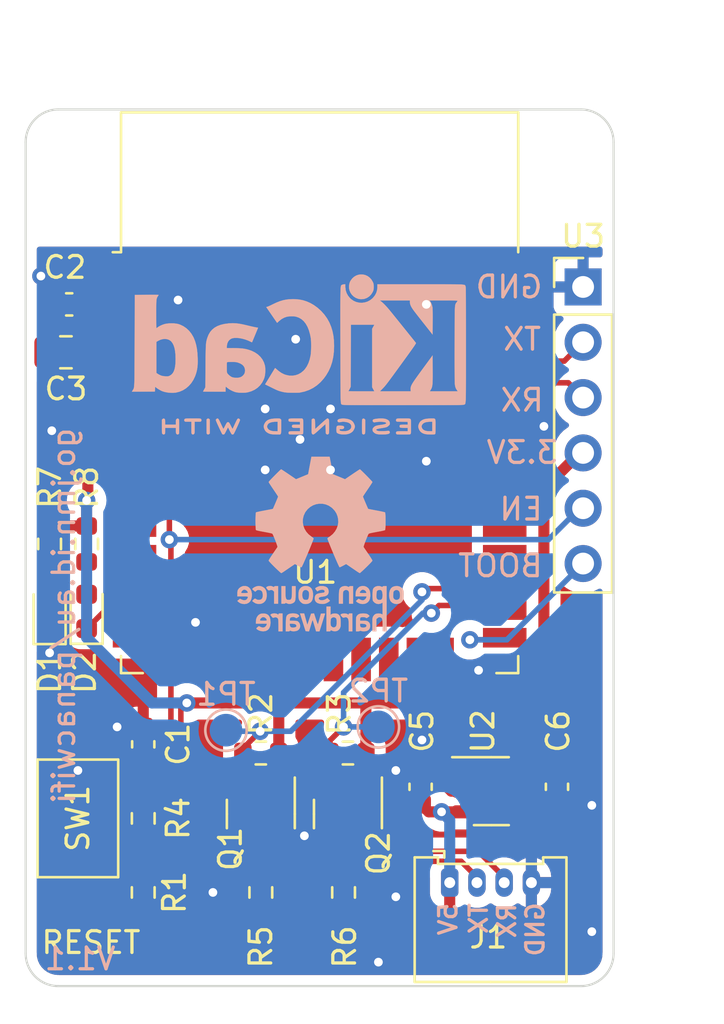
<source format=kicad_pcb>
(kicad_pcb (version 20211014) (generator pcbnew)
  (layers (0 "F.Cu" signal) (31 "B.Cu" signal) (34 "B.Paste" user) (35 "F.Paste" user) (36 "B.SilkS" user "B.Silkscreen") (37 "F.SilkS" user "F.Silkscreen") (38 "B.Mask" user) (39 "F.Mask" user) (44 "Edge.Cuts" user))
  (net 0 "")
  (net 1 "Net-(C1-Pad1)")
  (net 2 "GND")
  (net 3 "+3V3")
  (net 4 "+5V")
  (net 5 "Net-(D1-Pad2)")
  (net 6 "Net-(D2-Pad2)")
  (net 7 "/TX5")
  (net 8 "/RX5")
  (net 9 "/RX")
  (net 10 "/TX")
  (net 11 "/RESET")
  (net 12 "/BOOT")
  (net 13 "/TX33")
  (net 14 "/RX33")
  (net 21 "/ACTIVITY_LED")
  (footprint "Capacitor_SMD:C_0603_1608Metric" (layer "F.Cu") (at 81.39999 101.349988 -90)
    (fp_text reference "C6" (at -2.55 -0.05 90) (layer "F.SilkS"))
    (fp_text value "10u")
    (pad "1" smd roundrect locked (at -0.775 0 270) (size 0.9 0.95) (layers "F.Cu" "F.Paste" "F.Mask") (net 3 "+3V3"))
    (pad "2" smd roundrect locked (at 0.775 0 270) (size 0.9 0.95) (layers "F.Cu" "F.Paste" "F.Mask") (net 2 "GND"))
  )
  (footprint "Capacitor_SMD:C_0603_1608Metric" (layer "F.Cu") (at 75.137493 101.349988 90)
    (fp_text reference "C5" (at 2.55 0.0625 90) (layer "F.SilkS"))
    (fp_text value "10u")
    (pad "1" smd roundrect locked (at -0.775 0 90) (size 0.9 0.95) (layers "F.Cu" "F.Paste" "F.Mask") (net 4 "+5V"))
    (pad "2" smd roundrect locked (at 0.775 0 90) (size 0.9 0.95) (layers "F.Cu" "F.Paste" "F.Mask") (net 2 "GND"))
  )
  (footprint "Connector_Molex:Molex_PicoBlade_53048-0410_1x04_P1.25mm_Horizontal" (layer "F.Cu") (at 76.475 105.75)
    (fp_text reference "J1" (at 1.775 2.5) (layer "F.SilkS"))
    (fp_text value "Conn_01x04")
    (pad "1" thru_hole roundrect locked (at 0 0) (size 0.8 1.3) (drill 0.5) (layers *.Cu *.Mask) (net 4 "+5V"))
    (pad "2" thru_hole oval locked (at 1.25 0) (size 0.8 1.3) (drill 0.5) (layers *.Cu *.Mask) (net 7 "/TX5"))
    (pad "3" thru_hole oval locked (at 2.5 0) (size 0.8 1.3) (drill 0.5) (layers *.Cu *.Mask) (net 8 "/RX5"))
    (pad "4" thru_hole oval locked (at 3.75 0) (size 0.8 1.3) (drill 0.5) (layers *.Cu *.Mask) (net 2 "GND"))
  )
  (footprint "Resistor_SMD:R_0603_1608Metric" (layer "F.Cu") (at 67.799991 106.199991 90)
    (fp_text reference "R5" (at -2.5 0 90) (layer "F.SilkS"))
    (fp_text value "10k")
    (pad "1" smd roundrect locked (at -0.825 0 90) (size 0.8 0.95) (layers "F.Cu" "F.Paste" "F.Mask") (net 4 "+5V"))
    (pad "2" smd roundrect locked (at 0.825 0 90) (size 0.8 0.95) (layers "F.Cu" "F.Paste" "F.Mask") (net 7 "/TX5"))
  )
  (footprint "Package_TO_SOT_SMD:SOT-23" (layer "F.Cu") (at 71.800009 102.599998 -90)
    (fp_text reference "Q2" (at 1.8 -1.4 90) (layer "F.SilkS"))
    (fp_text value "BSS138")
    (pad "1" smd roundrect locked (at -0.9375 -0.95 270) (size 1.475 0.6) (layers "F.Cu" "F.Paste" "F.Mask") (net 3 "+3V3"))
    (pad "2" smd roundrect locked (at -0.9375 0.95 270) (size 1.475 0.6) (layers "F.Cu" "F.Paste" "F.Mask") (net 14 "/RX33"))
    (pad "3" smd roundrect locked (at 0.9375 0 270) (size 1.475 0.6) (layers "F.Cu" "F.Paste" "F.Mask") (net 8 "/RX5"))
  )
  (footprint "user-footprints:SW_SPST_TS_1101_X_X" (layer "F.Cu") (at 59.4 102.8 90)
    (fp_text reference "SW1" (at 0 0 90) (layer "F.SilkS"))
    (fp_text value "SW_Push")
    (pad "1" smd rect locked (at -3.7 0 90) (size 1.2 1) (layers "F.Cu" "F.Paste" "F.Mask") (net 1 "Net-(C1-Pad1)"))
    (pad "2" smd rect locked (at 3.7 0 90) (size 1.2 1) (layers "F.Cu" "F.Paste" "F.Mask") (net 2 "GND"))
  )
  (footprint "Package_TO_SOT_SMD:SOT-23-5" (layer "F.Cu") (at 78.387499 101.549987)
    (fp_text reference "U2" (at -0.3875 -2.75 90) (layer "F.SilkS"))
    (fp_text value "AP2112K-3.3")
    (pad "1" smd roundrect locked (at -1.1375 -0.95) (size 1.325 0.6) (layers "F.Cu" "F.Paste" "F.Mask") (net 4 "+5V"))
    (pad "2" smd roundrect locked (at -1.1375 0) (size 1.325 0.6) (layers "F.Cu" "F.Paste" "F.Mask") (net 2 "GND"))
    (pad "3" smd roundrect locked (at -1.1375 0.95) (size 1.325 0.6) (layers "F.Cu" "F.Paste" "F.Mask") (net 4 "+5V"))
    (pad "4" smd roundrect locked (at 1.1375 0.95) (size 1.325 0.6) (layers "F.Cu" "F.Paste" "F.Mask"))
    (pad "5" smd roundrect locked (at 1.1375 -0.95) (size 1.325 0.6) (layers "F.Cu" "F.Paste" "F.Mask") (net 3 "+3V3"))
  )
  (footprint "Capacitor_SMD:C_0603_1608Metric" (layer "F.Cu") (at 59.000009 79.199994 180)
    (fp_text reference "C2" (at 0.2 1.7) (layer "F.SilkS"))
    (fp_text value "0.1u")
    (pad "1" smd roundrect locked (at -0.775 0 180) (size 0.9 0.95) (layers "F.Cu" "F.Paste" "F.Mask") (net 3 "+3V3"))
    (pad "2" smd roundrect locked (at 0.775 0 180) (size 0.9 0.95) (layers "F.Cu" "F.Paste" "F.Mask") (net 2 "GND"))
  )
  (footprint "Resistor_SMD:R_0603_1608Metric" (layer "F.Cu") (at 62.4 106.2 -90)
    (fp_text reference "R1" (at 0 -1.43 90) (layer "F.SilkS"))
    (fp_text value "10k")
    (pad "1" smd roundrect locked (at -0.825 0 270) (size 0.8 0.95) (layers "F.Cu" "F.Paste" "F.Mask") (net 11 "/RESET"))
    (pad "2" smd roundrect locked (at 0.825 0 270) (size 0.8 0.95) (layers "F.Cu" "F.Paste" "F.Mask") (net 3 "+3V3"))
  )
  (footprint "Resistor_SMD:R_0603_1608Metric" (layer "F.Cu") (at 62.4 102.8 90)
    (fp_text reference "R4" (at 0 1.6 90) (layer "F.SilkS"))
    (fp_text value "470")
    (pad "1" smd roundrect locked (at -0.825 0 90) (size 0.8 0.95) (layers "F.Cu" "F.Paste" "F.Mask") (net 11 "/RESET"))
    (pad "2" smd roundrect locked (at 0.825 0 90) (size 0.8 0.95) (layers "F.Cu" "F.Paste" "F.Mask") (net 1 "Net-(C1-Pad1)"))
  )
  (footprint "Package_TO_SOT_SMD:SOT-23" (layer "F.Cu") (at 67.799991 102.599998 -90)
    (fp_text reference "Q1" (at 1.6 1.4 90) (layer "F.SilkS"))
    (fp_text value "BSS138")
    (pad "1" smd roundrect locked (at -0.9375 -0.95 270) (size 1.475 0.6) (layers "F.Cu" "F.Paste" "F.Mask") (net 3 "+3V3"))
    (pad "2" smd roundrect locked (at -0.9375 0.95 270) (size 1.475 0.6) (layers "F.Cu" "F.Paste" "F.Mask") (net 13 "/TX33"))
    (pad "3" smd roundrect locked (at 0.9375 0 270) (size 1.475 0.6) (layers "F.Cu" "F.Paste" "F.Mask") (net 7 "/TX5"))
  )
  (footprint "Resistor_SMD:R_0603_1608Metric" (layer "F.Cu") (at 71.8 99.8 180)
    (fp_text reference "R3" (at 0.4 1.8 90) (layer "F.SilkS"))
    (fp_text value "10k")
    (pad "1" smd roundrect locked (at -0.825 0 180) (size 0.8 0.95) (layers "F.Cu" "F.Paste" "F.Mask") (net 3 "+3V3"))
    (pad "2" smd roundrect locked (at 0.825 0 180) (size 0.8 0.95) (layers "F.Cu" "F.Paste" "F.Mask") (net 14 "/RX33"))
  )
  (footprint "Resistor_SMD:R_0603_1608Metric" (layer "F.Cu") (at 71.600009 106.199991 90)
    (fp_text reference "R6" (at -2.5 0.05 90) (layer "F.SilkS"))
    (fp_text value "10k")
    (pad "1" smd roundrect locked (at -0.825 0 90) (size 0.8 0.95) (layers "F.Cu" "F.Paste" "F.Mask") (net 4 "+5V"))
    (pad "2" smd roundrect locked (at 0.825 0 90) (size 0.8 0.95) (layers "F.Cu" "F.Paste" "F.Mask") (net 8 "/RX5"))
  )
  (footprint "LED_SMD:LED_0603_1608Metric" (layer "F.Cu") (at 59.800007 93.299991 90)
    (fp_text reference "D2" (at -2.8 -0.1 90) (layer "F.SilkS"))
    (fp_text value "LED")
    (pad "1" smd roundrect locked (at -0.7875 0 90) (size 0.875 0.95) (layers "F.Cu" "F.Paste" "F.Mask") (net 21 "/ACTIVITY_LED"))
    (pad "2" smd roundrect locked (at 0.7875 0 90) (size 0.875 0.95) (layers "F.Cu" "F.Paste" "F.Mask") (net 6 "Net-(D2-Pad2)"))
  )
  (footprint "Resistor_SMD:R_0603_1608Metric" (layer "F.Cu") (at 59.8 90.2 -90)
    (fp_text reference "R8" (at -2.6 0 90) (layer "F.SilkS"))
    (fp_text value "1k")
    (pad "1" smd roundrect locked (at -0.825 0 270) (size 0.8 0.95) (layers "F.Cu" "F.Paste" "F.Mask") (net 3 "+3V3"))
    (pad "2" smd roundrect locked (at 0.825 0 270) (size 0.8 0.95) (layers "F.Cu" "F.Paste" "F.Mask") (net 6 "Net-(D2-Pad2)"))
  )
  (footprint "LED_SMD:LED_0603_1608Metric" (layer "F.Cu") (at 58.100011 93.312488 90)
    (fp_text reference "D1" (at -2.7875 0 90) (layer "F.SilkS"))
    (fp_text value "LED")
    (pad "1" smd roundrect locked (at -0.7875 0 90) (size 0.875 0.95) (layers "F.Cu" "F.Paste" "F.Mask") (net 2 "GND"))
    (pad "2" smd roundrect locked (at 0.7875 0 90) (size 0.875 0.95) (layers "F.Cu" "F.Paste" "F.Mask") (net 5 "Net-(D1-Pad2)"))
  )
  (footprint "RF_Module:ESP32-WROOM-32" (layer "F.Cu") (at 70.5 86.25)
    (fp_text reference "U1" (at -0.2 5.25 180) (layer "F.SilkS"))
    (fp_text value "ESP32-WROOM-32")
    (pad "1" smd rect (at -8.5 -8.255) (size 2 0.9) (layers "F.Cu" "F.Paste" "F.Mask") (net 2 "GND"))
    (pad "2" smd rect (at -8.5 -6.985) (size 2 0.9) (layers "F.Cu" "F.Paste" "F.Mask") (net 3 "+3V3"))
    (pad "3" smd rect (at -8.5 -5.715) (size 2 0.9) (layers "F.Cu" "F.Paste" "F.Mask") (net 11 "/RESET"))
    (pad "4" smd rect (at -8.5 -4.445) (size 2 0.9) (layers "F.Cu" "F.Paste" "F.Mask"))
    (pad "5" smd rect (at -8.5 -3.175) (size 2 0.9) (layers "F.Cu" "F.Paste" "F.Mask"))
    (pad "6" smd rect (at -8.5 -1.905) (size 2 0.9) (layers "F.Cu" "F.Paste" "F.Mask"))
    (pad "7" smd rect (at -8.5 -0.635) (size 2 0.9) (layers "F.Cu" "F.Paste" "F.Mask"))
    (pad "8" smd rect (at -8.5 0.635) (size 2 0.9) (layers "F.Cu" "F.Paste" "F.Mask"))
    (pad "9" smd rect (at -8.5 1.905) (size 2 0.9) (layers "F.Cu" "F.Paste" "F.Mask"))
    (pad "10" smd rect (at -8.5 3.175) (size 2 0.9) (layers "F.Cu" "F.Paste" "F.Mask"))
    (pad "11" smd rect (at -8.5 4.445) (size 2 0.9) (layers "F.Cu" "F.Paste" "F.Mask"))
    (pad "12" smd rect (at -8.5 5.715) (size 2 0.9) (layers "F.Cu" "F.Paste" "F.Mask"))
    (pad "13" smd rect (at -8.5 6.985) (size 2 0.9) (layers "F.Cu" "F.Paste" "F.Mask") (net 21 "/ACTIVITY_LED"))
    (pad "14" smd rect (at -8.5 8.255) (size 2 0.9) (layers "F.Cu" "F.Paste" "F.Mask"))
    (pad "15" smd rect (at -5.715 9.255 90) (size 2 0.9) (layers "F.Cu" "F.Paste" "F.Mask") (net 2 "GND"))
    (pad "16" smd rect (at -4.445 9.255 90) (size 2 0.9) (layers "F.Cu" "F.Paste" "F.Mask"))
    (pad "17" smd rect (at -3.175 9.255 90) (size 2 0.9) (layers "F.Cu" "F.Paste" "F.Mask"))
    (pad "18" smd rect (at -1.905 9.255 90) (size 2 0.9) (layers "F.Cu" "F.Paste" "F.Mask"))
    (pad "19" smd rect (at -0.635 9.255 90) (size 2 0.9) (layers "F.Cu" "F.Paste" "F.Mask"))
    (pad "20" smd rect (at 0.635 9.255 90) (size 2 0.9) (layers "F.Cu" "F.Paste" "F.Mask"))
    (pad "21" smd rect (at 1.905 9.255 90) (size 2 0.9) (layers "F.Cu" "F.Paste" "F.Mask"))
    (pad "22" smd rect (at 3.175 9.255 90) (size 2 0.9) (layers "F.Cu" "F.Paste" "F.Mask"))
    (pad "23" smd rect (at 4.445 9.255 90) (size 2 0.9) (layers "F.Cu" "F.Paste" "F.Mask"))
    (pad "24" smd rect (at 5.715 9.255 90) (size 2 0.9) (layers "F.Cu" "F.Paste" "F.Mask"))
    (pad "25" smd rect (at 8.5 8.255) (size 2 0.9) (layers "F.Cu" "F.Paste" "F.Mask") (net 12 "/BOOT"))
    (pad "26" smd rect (at 8.5 6.985) (size 2 0.9) (layers "F.Cu" "F.Paste" "F.Mask") (net 14 "/RX33"))
    (pad "27" smd rect (at 8.5 5.715) (size 2 0.9) (layers "F.Cu" "F.Paste" "F.Mask") (net 13 "/TX33"))
    (pad "28" smd rect (at 8.5 4.445) (size 2 0.9) (layers "F.Cu" "F.Paste" "F.Mask"))
    (pad "29" smd rect (at 8.5 3.175) (size 2 0.9) (layers "F.Cu" "F.Paste" "F.Mask"))
    (pad "30" smd rect (at 8.5 1.905) (size 2 0.9) (layers "F.Cu" "F.Paste" "F.Mask"))
    (pad "31" smd rect (at 8.5 0.635) (size 2 0.9) (layers "F.Cu" "F.Paste" "F.Mask"))
    (pad "32" smd rect (at 8.5 -0.635) (size 2 0.9) (layers "F.Cu" "F.Paste" "F.Mask"))
    (pad "33" smd rect (at 8.5 -1.905) (size 2 0.9) (layers "F.Cu" "F.Paste" "F.Mask"))
    (pad "34" smd rect (at 8.5 -3.175) (size 2 0.9) (layers "F.Cu" "F.Paste" "F.Mask") (net 9 "/RX"))
    (pad "35" smd rect (at 8.5 -4.445) (size 2 0.9) (layers "F.Cu" "F.Paste" "F.Mask") (net 10 "/TX"))
    (pad "36" smd rect (at 8.5 -5.715) (size 2 0.9) (layers "F.Cu" "F.Paste" "F.Mask"))
    (pad "37" smd rect (at 8.5 -6.985) (size 2 0.9) (layers "F.Cu" "F.Paste" "F.Mask"))
    (pad "38" smd rect (at 8.5 -8.255) (size 2 0.9) (layers "F.Cu" "F.Paste" "F.Mask") (net 2 "GND"))
    (pad "39" smd rect (at -1 -0.755) (size 5 5) (layers "F.Cu" "F.Paste" "F.Mask") (net 2 "GND"))
  )
  (footprint "Resistor_SMD:R_0603_1608Metric" (layer "F.Cu") (at 58.1 90.2 -90)
    (fp_text reference "R7" (at -2.6 0 90) (layer "F.SilkS"))
    (fp_text value "1k")
    (pad "1" smd roundrect locked (at -0.825 0 270) (size 0.8 0.95) (layers "F.Cu" "F.Paste" "F.Mask") (net 3 "+3V3"))
    (pad "2" smd roundrect locked (at 0.825 0 270) (size 0.8 0.95) (layers "F.Cu" "F.Paste" "F.Mask") (net 5 "Net-(D1-Pad2)"))
  )
  (footprint "Capacitor_SMD:C_0805_2012Metric" (layer "F.Cu") (at 58.849997 81.39999 180)
    (fp_text reference "C3" (at 0 -1.68) (layer "F.SilkS"))
    (fp_text value "22u")
    (pad "1" smd roundrect locked (at -0.95 0 180) (size 1 1.45) (layers "F.Cu" "F.Paste" "F.Mask") (net 3 "+3V3"))
    (pad "2" smd roundrect locked (at 0.95 0 180) (size 1 1.45) (layers "F.Cu" "F.Paste" "F.Mask") (net 2 "GND"))
  )
  (footprint "Resistor_SMD:R_0603_1608Metric" (layer "F.Cu") (at 67.8 99.8 180)
    (fp_text reference "R2" (at 0 1.8 90) (layer "F.SilkS"))
    (fp_text value "10k")
    (pad "1" smd roundrect locked (at -0.825 0 180) (size 0.8 0.95) (layers "F.Cu" "F.Paste" "F.Mask") (net 3 "+3V3"))
    (pad "2" smd roundrect locked (at 0.825 0 180) (size 0.8 0.95) (layers "F.Cu" "F.Paste" "F.Mask") (net 13 "/TX33"))
  )
  (footprint "Connector_PinHeader_2.54mm:PinHeader_1x06_P2.54mm_Vertical" (layer "F.Cu") (at 82.6 78.4)
    (fp_text reference "U3" (at 0 -2.33) (layer "F.SilkS"))
    (fp_text value "ESP_Programmer")
    (pad "1" thru_hole rect locked (at 0 0) (size 1.7 1.7) (drill 1) (layers *.Cu *.Mask) (net 2 "GND"))
    (pad "2" thru_hole oval locked (at 0 2.54) (size 1.7 1.7) (drill 1) (layers *.Cu *.Mask) (net 10 "/TX"))
    (pad "3" thru_hole oval locked (at 0 5.08) (size 1.7 1.7) (drill 1) (layers *.Cu *.Mask) (net 9 "/RX"))
    (pad "4" thru_hole oval locked (at 0 7.62) (size 1.7 1.7) (drill 1) (layers *.Cu *.Mask) (net 3 "+3V3"))
    (pad "5" thru_hole oval locked (at 0 10.16) (size 1.7 1.7) (drill 1) (layers *.Cu *.Mask) (net 11 "/RESET"))
    (pad "6" thru_hole oval locked (at 0 12.7) (size 1.7 1.7) (drill 1) (layers *.Cu *.Mask) (net 12 "/BOOT"))
  )
  (footprint "Capacitor_SMD:C_0603_1608Metric" (layer "F.Cu") (at 62.400002 99.400004 90)
    (fp_text reference "C1" (at 0 1.6 90) (layer "F.SilkS"))
    (fp_text value "1n")
    (pad "1" smd roundrect locked (at -0.775 0 90) (size 0.9 0.95) (layers "F.Cu" "F.Paste" "F.Mask") (net 1 "Net-(C1-Pad1)"))
    (pad "2" smd roundrect locked (at 0.775 0 90) (size 0.9 0.95) (layers "F.Cu" "F.Paste" "F.Mask") (net 2 "GND"))
  )
  (footprint "TestPoint:TestPoint_Pad_D1.5mm" (layer "B.Cu") (at 73.2 98.6 180)
    (fp_text reference "TP2" (at 0 1.648) (layer "B.SilkS") (effects (justify mirror)))
    (fp_text value "TestPoint")
    (pad "1" smd circle locked (at 0 0 180) (size 1.5 1.5) (layers "B.Cu" "B.Mask") (net 14 "/RX33"))
  )
  (footprint "Symbol:OSHW-Logo_7.5x8mm_SilkScreen" (layer "B.Cu") (at 70.55 90.2 180)
    (fp_text reference "REF**" hide)
    (fp_text value "OSHW-Logo_7.5x8mm_SilkScreen" hide)
  )
  (footprint "Symbol:KiCad-Logo2_6mm_SilkScreen" (layer "B.Cu") (at 69.557487 80.804848 180)
    (fp_text reference "REF**" hide)
    (fp_text value "KiCad-Logo2_6mm_SilkScreen" hide)
  )
  (footprint "TestPoint:TestPoint_Pad_D1.5mm" (layer "B.Cu") (at 66.2 98.75 180)
    (fp_text reference "TP1" (at 0 1.648) (layer "B.SilkS") (effects (justify mirror)))
    (fp_text value "TestPoint")
    (pad "1" smd circle locked (at 0 0 180) (size 1.5 1.5) (layers "B.Cu" "B.Mask") (net 13 "/TX33"))
  )
  (gr_arc (start 57 71.75) (mid 57.439339 70.689341) (end 58.499998 70.250002) (layer "Edge.Cuts") (width 0.1))
  (gr_arc (start 58.5 110.5) (mid 57.439341 110.060661) (end 57.000002 109.000002) (layer "Edge.Cuts") (width 0.1))
  (gr_line (start 57 71.75) (end 57.000002 109.000002) (layer "Edge.Cuts") (width 0.1))
  (gr_arc (start 82.5 70.25) (mid 83.560659 70.689339) (end 83.999998 71.749998) (layer "Edge.Cuts") (width 0.1))
  (gr_line (start 84 109) (end 84 71.75) (layer "Edge.Cuts") (width 0.1))
  (gr_line (start 82.5 70.25) (end 58.5 70.25) (layer "Edge.Cuts") (width 0.1))
  (gr_arc (start 84 109) (mid 83.56066 110.06066) (end 82.5 110.5) (layer "Edge.Cuts") (width 0.1))
  (gr_line (start 58.5 110.5) (end 82.5 110.5) (layer "Edge.Cuts") (width 0.1))
  (gr_text "EN" (at 79.75 88.6) (layer "B.SilkS") (effects (font (size 1 1)) (justify mirror)))
  (gr_text "GND" (at 79.2 78.4) (layer "B.SilkS") (effects (font (size 1 1)) (justify mirror)))
  (gr_text "TX" (at 77.8 107.4 90) (layer "B.SilkS") (effects (font (size 0.8 0.8)) (justify mirror)))
  (gr_text "go.jmn.id.au/panacwifi" (at 58.75 93.5 90) (layer "B.SilkS") (effects (font (size 1 1)) (justify mirror)))
  (gr_text "RX" (at 79.8 83.6) (layer "B.SilkS") (effects (font (size 1 1)) (justify mirror)))
  (gr_text "BOOT\n" (at 78.8 91.2) (layer "B.SilkS") (effects (font (size 1 1)) (justify mirror)))
  (gr_text "3.3V" (at 79.8 86) (layer "B.SilkS") (effects (font (size 1 1)) (justify mirror)))
  (gr_text "V1.1" (at 59.5 109.25) (layer "B.SilkS") (effects (font (size 1 1)) (justify mirror)))
  (gr_text "RX" (at 79.1 107.5 90) (layer "B.SilkS") (effects (font (size 0.8 0.8)) (justify mirror)))
  (gr_text "GND" (at 80.4 107.9 90) (layer "B.SilkS") (effects (font (size 0.8 0.8)) (justify mirror)))
  (gr_text "TX" (at 79.8 80.8) (layer "B.SilkS") (effects (font (size 1 1)) (justify mirror)))
  (gr_text "5V" (at 76.4 106.6 90) (layer "B.SilkS") (effects (font (size 0.8 0.8)) (justify left mirror)))
  (gr_text "RESET" (at 60 108.5) (layer "F.SilkS") (effects (font (size 1 1))))
  (segment (start 59.4 104.975) (end 59.4 106.5) (width 0.254) (layer "F.Cu") (net 1))
  (segment (start 62.4 100.175) (end 62.4 101.975) (width 0.254) (layer "F.Cu") (net 1))
  (segment (start 62.4 101.975) (end 59.4 104.975) (width 0.254) (layer "F.Cu") (net 1))
  (segment (start 77.25 101.55) (end 76.55 101.55) (width 0.508) (layer "F.Cu") (net 2))
  (segment (start 58 81.3) (end 57.9 81.4) (width 0.508) (layer "F.Cu") (net 2))
  (segment (start 75.575 100.575) (end 75.1375 100.575) (width 0.508) (layer "F.Cu") (net 2))
  (segment (start 76.55 101.55) (end 75.575 100.575) (width 0.508) (layer "F.Cu") (net 2))
  (segment (start 58.225 79.2) (end 58 79.425) (width 0.508) (layer "F.Cu") (net 2))
  (segment (start 58 79.425) (end 58 81.3) (width 0.508) (layer "F.Cu") (net 2))
  (via (at 74 106.4) (size 0.8) (drill 0.4) (layers "F.Cu" "B.Cu") (net 2))
  (via (at 75.2 99.2) (size 0.8) (drill 0.4) (layers "F.Cu" "B.Cu") (net 2))
  (via (at 69.8 103.6) (size 0.8) (drill 0.4) (layers "F.Cu" "B.Cu") (net 2))
  (via (at 80.8 84.8) (size 0.8) (drill 0.4) (layers "F.Cu" "B.Cu") (net 2))
  (via (at 64 79) (size 0.8) (drill 0.4) (layers "F.Cu" "B.Cu") (net 2))
  (via (at 69.6 85.4) (size 0.8) (drill 0.4) (layers "F.Cu" "B.Cu") (net 2))
  (via (at 68 84) (size 0.8) (drill 0.4) (layers "F.Cu" "B.Cu") (net 2))
  (via (at 71 84) (size 0.8) (drill 0.4) (layers "F.Cu" "B.Cu") (net 2))
  (via (at 58.2 85) (size 0.8) (drill 0.4) (layers "F.Cu" "B.Cu") (net 2))
  (via (at 77.8 96) (size 0.8) (drill 0.4) (layers "F.Cu" "B.Cu") (net 2))
  (via (at 59.4 100.6) (size 0.8) (drill 0.4) (layers "F.Cu" "B.Cu") (net 2))
  (via (at 71 86.8) (size 0.8) (drill 0.4) (layers "F.Cu" "B.Cu") (net 2))
  (via (at 75.4 86.4) (size 0.8) (drill 0.4) (layers "F.Cu" "B.Cu") (net 2))
  (via (at 75.4 79.2) (size 0.8) (drill 0.4) (layers "F.Cu" "B.Cu") (net 2))
  (via (at 64.8 93.8) (size 0.8) (drill 0.4) (layers "F.Cu" "B.Cu") (net 2))
  (via (at 83 102.2) (size 0.8) (drill 0.4) (layers "F.Cu" "B.Cu") (net 2))
  (via (at 65.6 106.2) (size 0.8) (drill 0.4) (layers "F.Cu" "B.Cu") (net 2))
  (via (at 68 86.8) (size 0.8) (drill 0.4) (layers "F.Cu" "B.Cu") (net 2))
  (via (at 69.4 80.8) (size 0.8) (drill 0.4) (layers "F.Cu" "B.Cu") (net 2))
  (via (at 83 108) (size 0.8) (drill 0.4) (layers "F.Cu" "B.Cu") (net 2))
  (via (at 61.2 98.6) (size 0.8) (drill 0.4) (layers "F.Cu" "B.Cu") (net 2))
  (via (at 73.2 109.4) (size 0.8) (drill 0.4) (layers "F.Cu" "B.Cu") (net 2))
  (via (at 58.1 95.2) (size 0.8) (drill 0.4) (layers "F.Cu" "B.Cu") (net 2))
  (via (at 57.7 77.9) (size 0.8) (drill 0.4) (layers "F.Cu" "B.Cu") (net 2))
  (via (at 74 100.6) (size 0.8) (drill 0.4) (layers "F.Cu" "B.Cu") (net 2))
  (segment (start 72.625 99.8) (end 72.625 97.575) (width 0.508) (layer "F.Cu") (net 3))
  (segment (start 62.4 107.025) (end 63.4 106.025) (width 0.254) (layer "F.Cu") (net 3))
  (segment (start 77.0625 98.2) (end 77.0625 97.5375) (width 0.508) (layer "F.Cu") (net 3))
  (segment (start 59.775 79.2) (end 59.84 79.265) (width 0.508) (layer "F.Cu") (net 3))
  (segment (start 79.525 100.6) (end 79.4625 100.6) (width 0.508) (layer "F.Cu") (net 3))
  (segment (start 64.127009 97.772991) (end 64.4 97.5) (width 0.254) (layer "F.Cu") (net 3))
  (segment (start 78.668422 97.2) (end 80.134211 95.734211) (width 0.508) (layer "F.Cu") (net 3))
  (segment (start 68.75 101.6625) (end 68.75 99.925) (width 0.508) (layer "F.Cu") (net 3))
  (segment (start 79.4625 100.6) (end 77.0625 98.2) (width 0.508) (layer "F.Cu") (net 3))
  (segment (start 77.1 97.5) (end 78.368422 97.5) (width 0.508) (layer "F.Cu") (net 3))
  (segment (start 69.1 97.5) (end 72.7 97.5) (width 0.508) (layer "F.Cu") (net 3))
  (segment (start 58.1 89.375) (end 59.8 89.375) (width 0.508) (layer "F.Cu") (net 3))
  (segment (start 79.525 100.6) (end 81.375 100.6) (width 0.508) (layer "F.Cu") (net 3))
  (segment (start 68.75 99.925) (end 68.625 99.8) (width 0.508) (layer "F.Cu") (net 3))
  (segment (start 63.4 106.025) (end 63.4 103.2709) (width 0.254) (layer "F.Cu") (net 3))
  (segment (start 59.8 79.265) (end 62 79.265) (width 0.508) (layer "F.Cu") (net 3))
  (segment (start 72.75 99.925) (end 72.625 99.8) (width 0.508) (layer "F.Cu") (net 3))
  (segment (start 72.625 97.575) (end 72.7 97.5) (width 0.508) (layer "F.Cu") (net 3))
  (segment (start 59.8 81.4) (end 59.8 79.265) (width 0.508) (layer "F.Cu") (net 3))
  (segment (start 72.7 97.5) (end 77.1 97.5) (width 0.508) (layer "F.Cu") (net 3))
  (segment (start 59.8 88.2) (end 59.856711 88.143289) (width 0.508) (layer "F.Cu") (net 3))
  (segment (start 68.625 97.975) (end 69.1 97.5) (width 0.508) (layer "F.Cu") (net 3))
  (segment (start 68.625 99.8) (end 68.625 97.975) (width 0.508) (layer "F.Cu") (net 3))
  (segment (start 72.75 101.6625) (end 72.75 99.925) (width 0.508) (layer "F.Cu") (net 3))
  (segment (start 80.8 95.068422) (end 80.8 87.67) (width 0.508) (layer "F.Cu") (net 3))
  (segment (start 64.4 97.5) (end 69.1 97.5) (width 0.508) (layer "F.Cu") (net 3))
  (segment (start 63.4 103.2709) (end 64.127009 102.54389) (width 0.254) (layer "F.Cu") (net 3))
  (segment (start 59.84 79.265) (end 62 79.265) (width 0.508) (layer "F.Cu") (net 3))
  (segment (start 81.375 100.6) (end 81.4 100.575) (width 0.508) (layer "F.Cu") (net 3))
  (segment (start 80.8 87.67) (end 82.5 85.97) (width 0.508) (layer "F.Cu") (net 3))
  (segment (start 80.134211 95.734211) (end 80.8 95.068422) (width 0.508) (layer "F.Cu") (net 3))
  (segment (start 59.8 88.2) (end 59.8 89.375) (width 0.508) (layer "F.Cu") (net 3))
  (segment (start 64.127009 102.54389) (end 64.127009 97.772991) (width 0.254) (layer "F.Cu") (net 3))
  (segment (start 59.856711 81.456711) (end 59.8 81.4) (width 0.508) (layer "F.Cu") (net 3))
  (segment (start 77.0625 97.5375) (end 77.1 97.5) (width 0.508) (layer "F.Cu") (net 3))
  (segment (start 59.856711 88.143289) (end 59.856711 81.456711) (width 0.508) (layer "F.Cu") (net 3))
  (segment (start 78.368422 97.5) (end 80.134211 95.734211) (width 0.508) (layer "F.Cu") (net 3))
  (via (at 59.8 88.2) (size 0.8) (drill 0.4) (layers "F.Cu" "B.Cu") (net 3))
  (via (at 64.4 97.5) (size 0.8) (drill 0.4) (layers "F.Cu" "B.Cu") (net 3))
  (segment (start 62.8 97.5) (end 59.8 94.5) (width 0.508) (layer "B.Cu") (net 3))
  (segment (start 59.8 94.5) (end 59.8 88.2) (width 0.508) (layer "B.Cu") (net 3))
  (segment (start 64.4 97.5) (end 62.8 97.5) (width 0.508) (layer "B.Cu") (net 3))
  (segment (start 77.85 100.6) (end 77.25 100.6) (width 0.508) (layer "F.Cu") (net 4))
  (segment (start 72.575 108) (end 71.6 107.025) (width 0.508) (layer "F.Cu") (net 4))
  (segment (start 76.1 102.5) (end 77.25 102.5) (width 0.508) (layer "F.Cu") (net 4))
  (segment (start 77.912499 102.5) (end 78.5 101.912499) (width 0.508) (layer "F.Cu") (net 4))
  (segment (start 78.5 101.912499) (end 78.5 101.25) (width 0.508) (layer "F.Cu") (net 4))
  (segment (start 75.1375 102.125) (end 75.5125 102.5) (width 0.508) (layer "F.Cu") (net 4))
  (segment (start 77.25 102.5) (end 77.912499 102.5) (width 0.508) (layer "F.Cu") (net 4))
  (segment (start 76.475 106.925) (end 75.4 108) (width 0.508) (layer "F.Cu") (net 4))
  (segment (start 77.5 102.5) (end 77.25 102.5) (width 0.508) (layer "F.Cu") (net 4))
  (segment (start 71.6 107.025) (end 67.8 107.025) (width 0.508) (layer "F.Cu") (net 4))
  (segment (start 75.4 108) (end 72.575 108) (width 0.508) (layer "F.Cu") (net 4))
  (segment (start 75.5125 102.5) (end 76.1 102.5) (width 0.508) (layer "F.Cu") (net 4))
  (segment (start 76.475 105.75) (end 76.475 106.925) (width 0.508) (layer "F.Cu") (net 4))
  (segment (start 78.5 101.25) (end 77.85 100.6) (width 0.508) (layer "F.Cu") (net 4))
  (via (at 76.1 102.5) (size 0.8) (drill 0.4) (layers "F.Cu" "B.Cu") (net 4))
  (segment (start 76.475 105.75) (end 76.475 102.875) (width 0.508) (layer "B.Cu") (net 4))
  (segment (start 76.475 102.875) (end 76.1 102.5) (width 0.508) (layer "B.Cu") (net 4))
  (segment (start 58.1 91.025) (end 58.1 92.525) (width 0.254) (layer "F.Cu") (net 5))
  (segment (start 59.8 91.025) (end 59.8 92.5125) (width 0.254) (layer "F.Cu") (net 6))
  (segment (start 67.8 105.375) (end 67.8 103.5375) (width 0.254) (layer "F.Cu") (net 7))
  (segment (start 77.725 105.75) (end 77.725 105.5) (width 0.254) (layer "F.Cu") (net 7))
  (segment (start 68.625 106.2) (end 67.8 105.375) (width 0.254) (layer "F.Cu") (net 7))
  (segment (start 77.725 105.5) (end 76.99528 104.77028) (width 0.254) (layer "F.Cu") (net 7))
  (segment (start 76.99528 104.77028) (end 73.797752 104.77028) (width 0.254) (layer "F.Cu") (net 7))
  (segment (start 73.797752 104.77028) (end 72.368032 106.2) (width 0.254) (layer "F.Cu") (net 7))
  (segment (start 72.368032 106.2) (end 68.625 106.2) (width 0.254) (layer "F.Cu") (net 7))
  (segment (start 71.6 105.375) (end 71.8 105.175) (width 0.254) (layer "F.Cu") (net 8))
  (segment (start 72.57606 104.31356) (end 71.8 103.5375) (width 0.254) (layer "F.Cu") (net 8))
  (segment (start 77.78856 104.31356) (end 72.57606 104.31356) (width 0.254) (layer "F.Cu") (net 8))
  (segment (start 78.975 105.75) (end 78.975 105.5) (width 0.254) (layer "F.Cu") (net 8))
  (segment (start 71.8 105.175) (end 71.8 103.5375) (width 0.254) (layer "F.Cu") (net 8))
  (segment (start 78.975 105.5) (end 77.78856 104.31356) (width 0.254) (layer "F.Cu") (net 8))
  (segment (start 79 83.075) (end 79.275 82.8) (width 0.254) (layer "F.Cu") (net 9))
  (segment (start 79.275 82.8) (end 81.92 82.8) (width 0.254) (layer "F.Cu") (net 9))
  (segment (start 81.92 82.8) (end 82.6 83.48) (width 0.254) (layer "F.Cu") (net 9))
  (segment (start 81.735 81.805) (end 82.6 80.94) (width 0.254) (layer "F.Cu") (net 10))
  (segment (start 79 81.805) (end 81.735 81.805) (width 0.254) (layer "F.Cu") (net 10))
  (segment (start 63.254 80.535) (end 62 80.535) (width 0.254) (layer "F.Cu") (net 11))
  (segment (start 62.4 103.625) (end 63.670289 102.354711) (width 0.254) (layer "F.Cu") (net 11))
  (segment (start 63.6 80.881) (end 63.254 80.535) (width 0.254) (layer "F.Cu") (net 11))
  (segment (start 63.670289 102.354711) (end 63.670289 90.070289) (width 0.254) (layer "F.Cu") (net 11))
  (segment (start 63.6 90) (end 63.6 80.881) (width 0.254) (layer "F.Cu") (net 11))
  (segment (start 63.670289 90.070289) (end 63.6 90) (width 0.254) (layer "F.Cu") (net 11))
  (segment (start 62.4 105.375) (end 62.4 103.625) (width 0.254) (layer "F.Cu") (net 11))
  (via (at 63.6 90) (size 0.8) (drill 0.4) (layers "F.Cu" "B.Cu") (net 11))
  (segment (start 81.01 90) (end 63.6 90) (width 0.254) (layer "B.Cu") (net 11))
  (segment (start 82.5 88.51) (end 81.01 90) (width 0.254) (layer "B.Cu") (net 11))
  (segment (start 77.4 94.6) (end 78.905 94.6) (width 0.254) (layer "F.Cu") (net 12))
  (segment (start 78.905 94.6) (end 79 94.505) (width 0.254) (layer "F.Cu") (net 12))
  (via (at 77.4 94.6) (size 0.8) (drill 0.4) (layers "F.Cu" "B.Cu") (net 12))
  (segment (start 79.1 94.6) (end 77.4 94.6) (width 0.254) (layer "B.Cu") (net 12))
  (segment (start 82.6 91.1) (end 79.1 94.6) (width 0.254) (layer "B.Cu") (net 12))
  (segment (start 66.85 99.925) (end 66.975 99.8) (width 0.254) (layer "F.Cu") (net 13))
  (segment (start 75.2 92.4) (end 75.35 92.25) (width 0.254) (layer "F.Cu") (net 13))
  (segment (start 66.85 101.6625) (end 66.85 99.925) (width 0.254) (layer "F.Cu") (net 13))
  (segment (start 75.35 92.25) (end 78.715 92.25) (width 0.254) (layer "F.Cu") (net 13))
  (segment (start 66.975 99.5933) (end 66.975 99.8) (width 0.254) (layer "F.Cu") (net 13))
  (segment (start 67.7683 98.8) (end 66.975 99.5933) (width 0.254) (layer "F.Cu") (net 13))
  (via (at 67.7683 98.8) (size 0.8) (drill 0.4) (layers "F.Cu" "B.Cu") (net 13))
  (via (at 75.2 92.4) (size 0.8) (drill 0.4) (layers "F.Cu" "B.Cu") (net 13))
  (segment (start 66.25 98.8) (end 67.7683 98.8) (width 0.254) (layer "B.Cu") (net 13))
  (segment (start 75.2 92.4) (end 75.2 92.773782) (width 0.254) (layer "B.Cu") (net 13))
  (segment (start 66.2 98.75) (end 66.25 98.8) (width 0.254) (layer "B.Cu") (net 13))
  (segment (start 69.173781 98.8) (end 67.7683 98.8) (width 0.254) (layer "B.Cu") (net 13))
  (segment (start 75.2 92.773782) (end 69.173781 98.8) (width 0.254) (layer "B.Cu") (net 13))
  (segment (start 70.850009 101.662498) (end 70.850009 99.924991) (width 0.254) (layer "F.Cu") (net 14))
  (segment (start 70.975 99.8) (end 70.975 99.225) (width 0.254) (layer "F.Cu") (net 14))
  (segment (start 78.79 93.025) (end 79 93.235) (width 0.254) (layer "F.Cu") (net 14))
  (segment (start 70.850009 99.924991) (end 70.975 99.8) (width 0.254) (layer "F.Cu") (net 14))
  (segment (start 75.6297 93.376049) (end 75.980749 93.025) (width 0.254) (layer "F.Cu") (net 14))
  (segment (start 70.975 99.225) (end 71.6 98.6) (width 0.254) (layer "F.Cu") (net 14))
  (segment (start 75.980749 93.025) (end 78.79 93.025) (width 0.254) (layer "F.Cu") (net 14))
  (via (at 75.6297 93.376049) (size 0.8) (drill 0.4) (layers "F.Cu" "B.Cu") (net 14))
  (via (at 71.6 98.6) (size 0.8) (drill 0.4) (layers "F.Cu" "B.Cu") (net 14))
  (segment (start 71.6 97.019681) (end 71.6 98.6) (width 0.254) (layer "B.Cu") (net 14))
  (segment (start 75.243632 93.376049) (end 71.6 97.019681) (width 0.254) (layer "B.Cu") (net 14))
  (segment (start 75.6297 93.376049) (end 75.243632 93.376049) (width 0.254) (layer "B.Cu") (net 14))
  (segment (start 73.2 98.6) (end 71.6 98.6) (width 0.254) (layer "B.Cu") (net 14))
  (segment (start 60.665 93.235) (end 62 93.235) (width 0.254) (layer "F.Cu") (net 21))
  (segment (start 59.800007 94.087491) (end 59.812509 94.087491) (width 0.254) (layer "F.Cu") (net 21))
  (segment (start 59.812509 94.087491) (end 60.665 93.235) (width 0.254) (layer "F.Cu") (net 21))
  (zone (net 2) (net_name "GND") (layers F&B.Cu) (connect_pads (clearance 0.508)) (min_thickness 0.254) (fill yes (thermal_gap 0.508) (thermal_bridge_width 0.508))
    (polygon (pts (xy 84.9 111.1) (xy 56.4 111.1) (xy 56.2 76.55) (xy 84.9 76.55)))
  )
)
</source>
